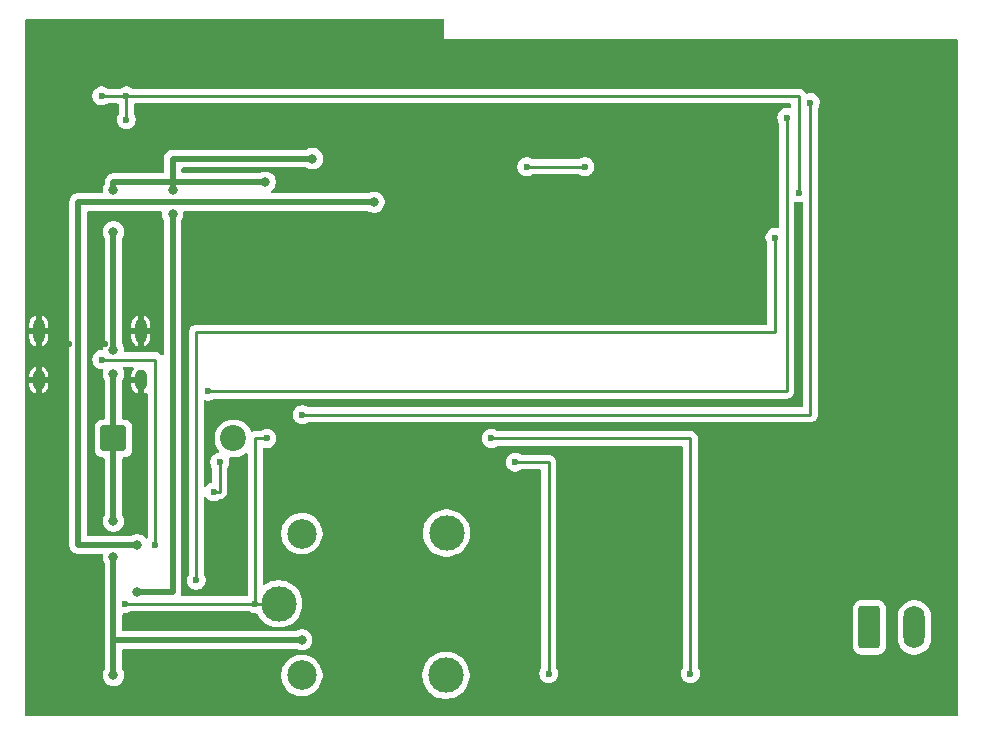
<source format=gbl>
%TF.GenerationSoftware,KiCad,Pcbnew,9.0.7*%
%TF.CreationDate,2026-02-12T17:34:39-06:00*%
%TF.ProjectId,ESP32_Simple_IoT,45535033-325f-4536-996d-706c655f496f,rev?*%
%TF.SameCoordinates,Original*%
%TF.FileFunction,Copper,L2,Bot*%
%TF.FilePolarity,Positive*%
%FSLAX46Y46*%
G04 Gerber Fmt 4.6, Leading zero omitted, Abs format (unit mm)*
G04 Created by KiCad (PCBNEW 9.0.7) date 2026-02-12 17:34:39*
%MOMM*%
%LPD*%
G01*
G04 APERTURE LIST*
G04 Aperture macros list*
%AMRoundRect*
0 Rectangle with rounded corners*
0 $1 Rounding radius*
0 $2 $3 $4 $5 $6 $7 $8 $9 X,Y pos of 4 corners*
0 Add a 4 corners polygon primitive as box body*
4,1,4,$2,$3,$4,$5,$6,$7,$8,$9,$2,$3,0*
0 Add four circle primitives for the rounded corners*
1,1,$1+$1,$2,$3*
1,1,$1+$1,$4,$5*
1,1,$1+$1,$6,$7*
1,1,$1+$1,$8,$9*
0 Add four rect primitives between the rounded corners*
20,1,$1+$1,$2,$3,$4,$5,0*
20,1,$1+$1,$4,$5,$6,$7,0*
20,1,$1+$1,$6,$7,$8,$9,0*
20,1,$1+$1,$8,$9,$2,$3,0*%
G04 Aperture macros list end*
%TA.AperFunction,HeatsinkPad*%
%ADD10C,0.600000*%
%TD*%
%TA.AperFunction,ComponentPad*%
%ADD11C,3.000000*%
%TD*%
%TA.AperFunction,ComponentPad*%
%ADD12C,2.500000*%
%TD*%
%TA.AperFunction,ComponentPad*%
%ADD13RoundRect,0.249999X-0.850001X-0.850001X0.850001X-0.850001X0.850001X0.850001X-0.850001X0.850001X0*%
%TD*%
%TA.AperFunction,ComponentPad*%
%ADD14C,2.200000*%
%TD*%
%TA.AperFunction,ComponentPad*%
%ADD15RoundRect,0.250000X-0.650000X-1.550000X0.650000X-1.550000X0.650000X1.550000X-0.650000X1.550000X0*%
%TD*%
%TA.AperFunction,ComponentPad*%
%ADD16O,1.800000X3.600000*%
%TD*%
%TA.AperFunction,HeatsinkPad*%
%ADD17O,1.000000X2.100000*%
%TD*%
%TA.AperFunction,HeatsinkPad*%
%ADD18O,1.000000X1.800000*%
%TD*%
%TA.AperFunction,ViaPad*%
%ADD19C,0.600000*%
%TD*%
%TA.AperFunction,ViaPad*%
%ADD20C,0.800000*%
%TD*%
%TA.AperFunction,Conductor*%
%ADD21C,0.500000*%
%TD*%
%TA.AperFunction,Conductor*%
%ADD22C,0.250000*%
%TD*%
G04 APERTURE END LIST*
D10*
%TO.P,U1,39*%
%TO.N,GND*%
X57795000Y-10327500D03*
X57795000Y-11852500D03*
X58557500Y-9565000D03*
X58557500Y-11090000D03*
X58557500Y-12615000D03*
X59320000Y-10327500D03*
X59320000Y-11852500D03*
X60082500Y-9565000D03*
X60082500Y-11090000D03*
X60082500Y-12615000D03*
X60845000Y-10327500D03*
X60845000Y-11852500D03*
%TD*%
D11*
%TO.P,K1,1*%
%TO.N,RELAY_COIL*%
X22000000Y-50000000D03*
D12*
%TO.P,K1,2*%
%TO.N,+5V*%
X23950000Y-56050000D03*
D11*
%TO.P,K1,3*%
%TO.N,N/C*%
X36150000Y-56050000D03*
%TO.P,K1,4*%
%TO.N,RELAY_NO*%
X36200000Y-44000000D03*
D12*
%TO.P,K1,5*%
%TO.N,RELAY_COM*%
X23950000Y-44050000D03*
%TD*%
D13*
%TO.P,D1,1*%
%TO.N,+5V*%
X8000000Y-36000000D03*
D14*
%TO.P,D1,2*%
%TO.N,RELAY_COIL*%
X18160000Y-36000000D03*
%TD*%
D15*
%TO.P,J2,1*%
%TO.N,RELAY_COM*%
X72000000Y-52000000D03*
D16*
%TO.P,J2,2*%
%TO.N,RELAY_NO*%
X75810000Y-52000000D03*
%TD*%
D17*
%TO.P,J1,S1*%
%TO.N,GND*%
X1680000Y-26895000D03*
D18*
X1680000Y-31075000D03*
D17*
X10320000Y-26895000D03*
D18*
X10320000Y-31075000D03*
%TD*%
D19*
%TO.N,GND*%
X8062500Y-6000000D03*
X65000000Y-42000000D03*
X51250000Y-3750000D03*
X35000000Y-20000000D03*
X75000000Y-25000000D03*
X35000000Y-35000000D03*
X41950000Y-17000000D03*
X59320000Y-11090000D03*
X20000000Y-35000000D03*
X40000000Y-55000000D03*
X4250000Y-28000000D03*
X16000000Y-44000000D03*
X10050000Y-42000000D03*
X75000000Y-55000000D03*
X63150000Y-56100000D03*
X47950000Y-8000000D03*
X60000000Y-55000000D03*
X20850000Y-5700000D03*
X68750000Y-3750000D03*
X51150000Y-56100000D03*
X57795000Y-9565000D03*
X35000000Y-5000000D03*
X58557500Y-9565000D03*
X60845000Y-11852500D03*
X75000000Y-40000000D03*
X33950000Y-6000000D03*
X50000000Y-42000000D03*
X20000000Y-20000000D03*
X5062500Y-51050000D03*
X5062500Y-14000000D03*
X33950000Y-10000000D03*
X9000000Y-5000000D03*
X18950000Y-4000000D03*
X60082500Y-11090000D03*
X7250000Y-28000000D03*
X10500000Y-31000000D03*
X12000000Y-55000000D03*
D20*
%TO.N,+5V*%
X24850000Y-12300000D03*
X8000000Y-28500000D03*
X20850000Y-14300000D03*
X8000000Y-43000000D03*
X23950000Y-53050000D03*
X8000000Y-36000000D03*
X8000000Y-18500000D03*
X13000000Y-15000000D03*
X13000000Y-17000000D03*
X8000000Y-56050000D03*
X8000000Y-46000000D03*
X8000000Y-15000000D03*
X8000000Y-30500000D03*
X10000000Y-49000000D03*
%TO.N,+3V3*%
X30049999Y-16000000D03*
X10000000Y-45000000D03*
D19*
%TO.N,USB_D-*%
X11550000Y-45000000D03*
X7000000Y-29320000D03*
%TO.N,ESP_TX*%
X67000000Y-7560000D03*
X24000000Y-34000000D03*
X16500000Y-40500000D03*
X17000000Y-38000000D03*
%TO.N,ESP_RX*%
X65000000Y-8830000D03*
X16000000Y-32000000D03*
%TO.N,ESP_EN*%
X56850000Y-55900000D03*
X47912500Y-13000000D03*
X43000000Y-13000000D03*
X40000000Y-36000000D03*
%TO.N,ESP_IO0*%
X42000000Y-38000000D03*
X44850000Y-55900000D03*
%TO.N,ESP_IO4*%
X15000000Y-48000000D03*
X14000000Y-48000000D03*
X64000000Y-18990000D03*
%TO.N,ESP_IO5*%
X9087500Y-9000000D03*
X7000000Y-7000000D03*
X9087500Y-7000000D03*
X66000000Y-15180000D03*
%TO.N,RELAY_COIL*%
X22000000Y-50000000D03*
X8937500Y-50000000D03*
X20000000Y-50000000D03*
X21000000Y-36000000D03*
%TD*%
D21*
%TO.N,+5V*%
X8000000Y-46000000D02*
X8000000Y-53050000D01*
X8000000Y-43000000D02*
X8000000Y-36000000D01*
X8000000Y-53050000D02*
X23950000Y-53050000D01*
X13000000Y-12300000D02*
X13000000Y-15000000D01*
X8000000Y-18500000D02*
X8000000Y-28500000D01*
X8000000Y-14300000D02*
X8000000Y-15000000D01*
X13000000Y-49000000D02*
X10000000Y-49000000D01*
X8000000Y-56050000D02*
X8000000Y-46000000D01*
X8000000Y-30500000D02*
X8000000Y-43000000D01*
X24850000Y-12300000D02*
X13000000Y-12300000D01*
X13000000Y-17000000D02*
X13000000Y-49000000D01*
X20850000Y-14300000D02*
X8000000Y-14300000D01*
%TO.N,+3V3*%
X30049999Y-16000000D02*
X5000000Y-16000000D01*
X5000000Y-16000000D02*
X5000000Y-45000000D01*
X5000000Y-45000000D02*
X10000000Y-45000000D01*
D22*
%TO.N,USB_D-*%
X7000000Y-29320000D02*
X11550000Y-29320000D01*
X11550000Y-29320000D02*
X11550000Y-45000000D01*
%TO.N,ESP_TX*%
X67000000Y-7560000D02*
X67000000Y-34000000D01*
X17000000Y-38000000D02*
X17000000Y-40500000D01*
X17000000Y-40500000D02*
X16500000Y-40500000D01*
X67000000Y-34000000D02*
X24000000Y-34000000D01*
%TO.N,ESP_RX*%
X65000000Y-32000000D02*
X16000000Y-32000000D01*
X65000000Y-8830000D02*
X65000000Y-32000000D01*
%TO.N,ESP_EN*%
X40000000Y-36000000D02*
X56850000Y-36000000D01*
X47912500Y-13000000D02*
X43000000Y-13000000D01*
X56850000Y-36000000D02*
X56850000Y-55900000D01*
%TO.N,ESP_IO0*%
X42000000Y-38000000D02*
X44850000Y-38000000D01*
X44850000Y-38000000D02*
X44850000Y-55900000D01*
%TO.N,ESP_IO4*%
X64000000Y-18990000D02*
X64000000Y-27000000D01*
X64000000Y-27000000D02*
X15000000Y-27000000D01*
X15000000Y-27000000D02*
X15000000Y-48000000D01*
%TO.N,ESP_IO5*%
X66000000Y-15180000D02*
X66000000Y-7000000D01*
X9087500Y-7000000D02*
X9087500Y-9000000D01*
X66000000Y-7000000D02*
X7000000Y-7000000D01*
%TO.N,RELAY_COIL*%
X21000000Y-36000000D02*
X20000000Y-36000000D01*
X8937500Y-50000000D02*
X22000000Y-50000000D01*
X20000000Y-36000000D02*
X20000000Y-50000000D01*
%TD*%
%TA.AperFunction,Conductor*%
%TO.N,GND*%
G36*
X12047431Y-16770185D02*
G01*
X12093186Y-16822989D01*
X12103130Y-16892147D01*
X12102010Y-16898690D01*
X12099500Y-16911309D01*
X12099500Y-17088695D01*
X12134103Y-17262658D01*
X12134106Y-17262667D01*
X12201984Y-17426542D01*
X12201985Y-17426543D01*
X12201987Y-17426547D01*
X12228602Y-17466378D01*
X12249480Y-17533055D01*
X12249500Y-17535269D01*
X12249500Y-28835546D01*
X12229815Y-28902585D01*
X12177011Y-28948340D01*
X12107853Y-28958284D01*
X12044297Y-28929259D01*
X12037819Y-28923227D01*
X11948736Y-28834144D01*
X11948732Y-28834141D01*
X11846292Y-28765692D01*
X11846283Y-28765687D01*
X11732454Y-28718538D01*
X11732455Y-28718538D01*
X11732452Y-28718537D01*
X11732448Y-28718536D01*
X11732444Y-28718535D01*
X11611610Y-28694500D01*
X11611606Y-28694500D01*
X9024500Y-28694500D01*
X8957461Y-28674815D01*
X8911706Y-28622011D01*
X8900500Y-28570500D01*
X8900500Y-28411306D01*
X8900499Y-28411304D01*
X8865896Y-28237341D01*
X8865893Y-28237332D01*
X8831353Y-28153944D01*
X8798013Y-28073453D01*
X8798011Y-28073451D01*
X8798011Y-28073449D01*
X8771398Y-28033620D01*
X8750520Y-27966942D01*
X8750500Y-27964729D01*
X8750500Y-26266202D01*
X9520000Y-26266202D01*
X9520000Y-26645000D01*
X10020000Y-26645000D01*
X10020000Y-27145000D01*
X9520000Y-27145000D01*
X9520000Y-27523797D01*
X9550741Y-27678343D01*
X9550743Y-27678351D01*
X9611047Y-27823939D01*
X9611052Y-27823948D01*
X9698598Y-27954969D01*
X9698601Y-27954973D01*
X9810026Y-28066398D01*
X9810034Y-28066404D01*
X9941047Y-28153944D01*
X9941065Y-28153954D01*
X10069999Y-28207360D01*
X10070000Y-28207360D01*
X10070000Y-27611988D01*
X10079940Y-27629205D01*
X10135795Y-27685060D01*
X10204204Y-27724556D01*
X10280504Y-27745000D01*
X10359496Y-27745000D01*
X10435796Y-27724556D01*
X10504205Y-27685060D01*
X10560060Y-27629205D01*
X10570000Y-27611988D01*
X10570000Y-28207360D01*
X10698934Y-28153954D01*
X10698952Y-28153944D01*
X10829965Y-28066404D01*
X10829973Y-28066398D01*
X10941398Y-27954973D01*
X10941401Y-27954969D01*
X11028947Y-27823948D01*
X11028952Y-27823939D01*
X11089256Y-27678351D01*
X11089258Y-27678343D01*
X11119999Y-27523797D01*
X11120000Y-27523794D01*
X11120000Y-27145000D01*
X10620000Y-27145000D01*
X10620000Y-26645000D01*
X11120000Y-26645000D01*
X11120000Y-26266206D01*
X11119999Y-26266202D01*
X11089258Y-26111656D01*
X11089256Y-26111648D01*
X11028952Y-25966060D01*
X11028947Y-25966051D01*
X10941401Y-25835030D01*
X10941398Y-25835026D01*
X10829973Y-25723601D01*
X10829969Y-25723598D01*
X10698948Y-25636052D01*
X10698938Y-25636047D01*
X10570000Y-25582639D01*
X10570000Y-26178011D01*
X10560060Y-26160795D01*
X10504205Y-26104940D01*
X10435796Y-26065444D01*
X10359496Y-26045000D01*
X10280504Y-26045000D01*
X10204204Y-26065444D01*
X10135795Y-26104940D01*
X10079940Y-26160795D01*
X10070000Y-26178011D01*
X10070000Y-25582639D01*
X10069999Y-25582639D01*
X9941061Y-25636047D01*
X9941051Y-25636052D01*
X9810030Y-25723598D01*
X9810026Y-25723601D01*
X9698601Y-25835026D01*
X9698598Y-25835030D01*
X9611052Y-25966051D01*
X9611047Y-25966060D01*
X9550743Y-26111648D01*
X9550741Y-26111656D01*
X9520000Y-26266202D01*
X8750500Y-26266202D01*
X8750500Y-19035269D01*
X8770185Y-18968230D01*
X8771398Y-18966378D01*
X8798013Y-18926547D01*
X8865894Y-18762666D01*
X8900500Y-18588691D01*
X8900500Y-18411309D01*
X8900500Y-18411306D01*
X8900499Y-18411304D01*
X8865896Y-18237341D01*
X8865893Y-18237332D01*
X8798016Y-18073459D01*
X8798009Y-18073446D01*
X8699464Y-17925965D01*
X8699461Y-17925961D01*
X8574038Y-17800538D01*
X8574034Y-17800535D01*
X8426553Y-17701990D01*
X8426540Y-17701983D01*
X8262667Y-17634106D01*
X8262658Y-17634103D01*
X8088694Y-17599500D01*
X8088691Y-17599500D01*
X7911309Y-17599500D01*
X7911306Y-17599500D01*
X7737341Y-17634103D01*
X7737332Y-17634106D01*
X7573459Y-17701983D01*
X7573446Y-17701990D01*
X7425965Y-17800535D01*
X7425961Y-17800538D01*
X7300538Y-17925961D01*
X7300535Y-17925965D01*
X7201990Y-18073446D01*
X7201983Y-18073459D01*
X7134106Y-18237332D01*
X7134103Y-18237341D01*
X7099500Y-18411304D01*
X7099500Y-18588695D01*
X7134103Y-18762658D01*
X7134106Y-18762667D01*
X7201984Y-18926542D01*
X7201985Y-18926543D01*
X7201987Y-18926547D01*
X7228602Y-18966378D01*
X7249480Y-19033055D01*
X7249500Y-19035269D01*
X7249500Y-27964729D01*
X7229815Y-28031768D01*
X7228602Y-28033620D01*
X7201988Y-28073449D01*
X7201987Y-28073452D01*
X7134106Y-28237332D01*
X7134103Y-28237341D01*
X7098311Y-28417283D01*
X7096144Y-28416852D01*
X7073704Y-28472435D01*
X7016673Y-28512797D01*
X6976457Y-28519500D01*
X6921155Y-28519500D01*
X6766510Y-28550261D01*
X6766498Y-28550264D01*
X6620827Y-28610602D01*
X6620814Y-28610609D01*
X6489711Y-28698210D01*
X6489707Y-28698213D01*
X6378213Y-28809707D01*
X6378210Y-28809711D01*
X6290609Y-28940814D01*
X6290602Y-28940827D01*
X6230264Y-29086498D01*
X6230261Y-29086510D01*
X6199500Y-29241153D01*
X6199500Y-29398846D01*
X6230261Y-29553489D01*
X6230264Y-29553501D01*
X6290602Y-29699172D01*
X6290609Y-29699185D01*
X6378210Y-29830288D01*
X6378213Y-29830292D01*
X6489707Y-29941786D01*
X6489711Y-29941789D01*
X6620814Y-30029390D01*
X6620827Y-30029397D01*
X6760250Y-30087147D01*
X6766503Y-30089737D01*
X6903321Y-30116952D01*
X6921153Y-30120499D01*
X6921156Y-30120500D01*
X7006251Y-30120500D01*
X7073290Y-30140185D01*
X7119045Y-30192989D01*
X7128989Y-30262147D01*
X7127868Y-30268691D01*
X7099500Y-30411304D01*
X7099500Y-30588695D01*
X7134103Y-30762658D01*
X7134106Y-30762667D01*
X7201984Y-30926542D01*
X7201985Y-30926543D01*
X7201987Y-30926547D01*
X7216990Y-30949000D01*
X7228602Y-30966378D01*
X7249480Y-31033055D01*
X7249500Y-31035269D01*
X7249500Y-34275500D01*
X7229815Y-34342539D01*
X7177011Y-34388294D01*
X7125500Y-34399500D01*
X7099982Y-34399500D01*
X6997203Y-34410000D01*
X6997202Y-34410001D01*
X6914669Y-34437349D01*
X6830667Y-34465185D01*
X6830662Y-34465187D01*
X6681342Y-34557289D01*
X6557289Y-34681342D01*
X6465187Y-34830662D01*
X6465186Y-34830665D01*
X6410001Y-34997202D01*
X6410001Y-34997203D01*
X6410000Y-34997203D01*
X6399500Y-35099982D01*
X6399500Y-36900017D01*
X6410000Y-37002796D01*
X6465185Y-37169332D01*
X6465187Y-37169337D01*
X6492950Y-37214348D01*
X6557288Y-37318656D01*
X6681344Y-37442712D01*
X6830665Y-37534814D01*
X6997202Y-37589999D01*
X7099990Y-37600500D01*
X7125500Y-37600500D01*
X7192539Y-37620185D01*
X7238294Y-37672989D01*
X7249500Y-37724500D01*
X7249500Y-42464729D01*
X7229815Y-42531768D01*
X7228602Y-42533620D01*
X7201988Y-42573449D01*
X7201987Y-42573452D01*
X7134106Y-42737332D01*
X7134103Y-42737341D01*
X7099500Y-42911304D01*
X7099500Y-43088695D01*
X7134103Y-43262658D01*
X7134106Y-43262667D01*
X7201983Y-43426540D01*
X7201990Y-43426553D01*
X7300535Y-43574034D01*
X7300538Y-43574038D01*
X7425961Y-43699461D01*
X7425965Y-43699464D01*
X7573446Y-43798009D01*
X7573459Y-43798016D01*
X7696363Y-43848923D01*
X7737334Y-43865894D01*
X7737336Y-43865894D01*
X7737341Y-43865896D01*
X7911304Y-43900499D01*
X7911307Y-43900500D01*
X7911309Y-43900500D01*
X8088693Y-43900500D01*
X8088694Y-43900499D01*
X8146682Y-43888964D01*
X8262658Y-43865896D01*
X8262661Y-43865894D01*
X8262666Y-43865894D01*
X8426547Y-43798013D01*
X8574035Y-43699464D01*
X8699464Y-43574035D01*
X8798013Y-43426547D01*
X8865894Y-43262666D01*
X8900500Y-43088691D01*
X8900500Y-42911309D01*
X8900500Y-42911306D01*
X8900499Y-42911304D01*
X8865896Y-42737341D01*
X8865893Y-42737332D01*
X8841379Y-42678149D01*
X8798013Y-42573453D01*
X8798011Y-42573451D01*
X8798011Y-42573449D01*
X8771398Y-42533620D01*
X8750520Y-42466942D01*
X8750500Y-42464729D01*
X8750500Y-37724500D01*
X8770185Y-37657461D01*
X8822989Y-37611706D01*
X8874500Y-37600500D01*
X8900005Y-37600500D01*
X8900010Y-37600500D01*
X9002798Y-37589999D01*
X9169335Y-37534814D01*
X9318656Y-37442712D01*
X9442712Y-37318656D01*
X9534814Y-37169335D01*
X9589999Y-37002798D01*
X9600500Y-36900010D01*
X9600500Y-35099990D01*
X9589999Y-34997202D01*
X9534814Y-34830665D01*
X9442712Y-34681344D01*
X9318656Y-34557288D01*
X9169335Y-34465186D01*
X9002798Y-34410001D01*
X9002796Y-34410000D01*
X8900017Y-34399500D01*
X8900010Y-34399500D01*
X8874500Y-34399500D01*
X8807461Y-34379815D01*
X8761706Y-34327011D01*
X8750500Y-34275500D01*
X8750500Y-31035269D01*
X8770185Y-30968230D01*
X8771398Y-30966378D01*
X8798013Y-30926547D01*
X8865894Y-30762666D01*
X8900500Y-30588691D01*
X8900500Y-30411309D01*
X8900500Y-30411306D01*
X8900499Y-30411304D01*
X8865896Y-30237341D01*
X8865893Y-30237332D01*
X8816031Y-30116952D01*
X8808562Y-30047483D01*
X8839838Y-29985004D01*
X8899927Y-29949352D01*
X8930592Y-29945500D01*
X9618766Y-29945500D01*
X9685805Y-29965185D01*
X9731560Y-30017989D01*
X9741504Y-30087147D01*
X9712479Y-30150703D01*
X9706447Y-30157181D01*
X9698601Y-30165026D01*
X9698598Y-30165030D01*
X9611052Y-30296051D01*
X9611047Y-30296060D01*
X9550743Y-30441648D01*
X9550741Y-30441656D01*
X9520000Y-30596202D01*
X9520000Y-30825000D01*
X10020000Y-30825000D01*
X10020000Y-31325000D01*
X9520000Y-31325000D01*
X9520000Y-31553797D01*
X9550741Y-31708343D01*
X9550743Y-31708351D01*
X9611047Y-31853939D01*
X9611052Y-31853948D01*
X9698598Y-31984969D01*
X9698601Y-31984973D01*
X9810026Y-32096398D01*
X9810034Y-32096404D01*
X9941047Y-32183944D01*
X9941065Y-32183954D01*
X10069999Y-32237360D01*
X10070000Y-32237360D01*
X10070000Y-31641988D01*
X10079940Y-31659205D01*
X10135795Y-31715060D01*
X10204204Y-31754556D01*
X10280504Y-31775000D01*
X10359496Y-31775000D01*
X10435796Y-31754556D01*
X10504205Y-31715060D01*
X10560060Y-31659205D01*
X10570000Y-31641988D01*
X10570000Y-32237360D01*
X10698934Y-32183954D01*
X10698949Y-32183946D01*
X10731608Y-32162124D01*
X10798285Y-32141245D01*
X10865666Y-32159729D01*
X10912356Y-32211707D01*
X10924500Y-32265225D01*
X10924500Y-44353981D01*
X10904815Y-44421020D01*
X10852011Y-44466775D01*
X10782853Y-44476719D01*
X10719297Y-44447694D01*
X10703879Y-44430220D01*
X10703328Y-44430673D01*
X10699461Y-44425961D01*
X10574038Y-44300538D01*
X10574034Y-44300535D01*
X10426553Y-44201990D01*
X10426540Y-44201983D01*
X10262667Y-44134106D01*
X10262658Y-44134103D01*
X10088694Y-44099500D01*
X10088691Y-44099500D01*
X9911309Y-44099500D01*
X9911306Y-44099500D01*
X9737341Y-44134103D01*
X9737332Y-44134106D01*
X9573452Y-44201987D01*
X9573447Y-44201989D01*
X9533622Y-44228601D01*
X9466945Y-44249480D01*
X9464730Y-44249500D01*
X5874500Y-44249500D01*
X5807461Y-44229815D01*
X5761706Y-44177011D01*
X5750500Y-44125500D01*
X5750500Y-16874500D01*
X5770185Y-16807461D01*
X5822989Y-16761706D01*
X5874500Y-16750500D01*
X11980392Y-16750500D01*
X12047431Y-16770185D01*
G37*
%TD.AperFunction*%
%TA.AperFunction,Conductor*%
G36*
X35943039Y-519685D02*
G01*
X35988794Y-572489D01*
X36000000Y-624000D01*
X36000000Y-2200000D01*
X79376000Y-2200000D01*
X79443039Y-2219685D01*
X79488794Y-2272489D01*
X79500000Y-2324000D01*
X79500000Y-59376000D01*
X79480315Y-59443039D01*
X79427511Y-59488794D01*
X79376000Y-59500000D01*
X624000Y-59500000D01*
X556961Y-59480315D01*
X511206Y-59427511D01*
X500000Y-59376000D01*
X500000Y-45073920D01*
X4249499Y-45073920D01*
X4278340Y-45218907D01*
X4278343Y-45218917D01*
X4334912Y-45355488D01*
X4334919Y-45355501D01*
X4417048Y-45478415D01*
X4417051Y-45478419D01*
X4521580Y-45582948D01*
X4521584Y-45582951D01*
X4644498Y-45665080D01*
X4644511Y-45665087D01*
X4781082Y-45721656D01*
X4781087Y-45721658D01*
X4781091Y-45721658D01*
X4781092Y-45721659D01*
X4926079Y-45750500D01*
X4926082Y-45750500D01*
X5073918Y-45750500D01*
X6980392Y-45750500D01*
X7047431Y-45770185D01*
X7093186Y-45822989D01*
X7103130Y-45892147D01*
X7102010Y-45898690D01*
X7099500Y-45911309D01*
X7099500Y-46088695D01*
X7134103Y-46262658D01*
X7134106Y-46262667D01*
X7201984Y-46426542D01*
X7201985Y-46426543D01*
X7201987Y-46426547D01*
X7228602Y-46466378D01*
X7249480Y-46533055D01*
X7249500Y-46535269D01*
X7249500Y-55514729D01*
X7229815Y-55581768D01*
X7228602Y-55583620D01*
X7201988Y-55623449D01*
X7201987Y-55623452D01*
X7134106Y-55787332D01*
X7134103Y-55787341D01*
X7099500Y-55961304D01*
X7099500Y-56138695D01*
X7134103Y-56312658D01*
X7134106Y-56312667D01*
X7201983Y-56476540D01*
X7201990Y-56476553D01*
X7300535Y-56624034D01*
X7300538Y-56624038D01*
X7425961Y-56749461D01*
X7425965Y-56749464D01*
X7573446Y-56848009D01*
X7573459Y-56848016D01*
X7696363Y-56898923D01*
X7737334Y-56915894D01*
X7737336Y-56915894D01*
X7737341Y-56915896D01*
X7911304Y-56950499D01*
X7911307Y-56950500D01*
X7911309Y-56950500D01*
X8088693Y-56950500D01*
X8088694Y-56950499D01*
X8158118Y-56936690D01*
X8262658Y-56915896D01*
X8262661Y-56915894D01*
X8262666Y-56915894D01*
X8426547Y-56848013D01*
X8574035Y-56749464D01*
X8699464Y-56624035D01*
X8798013Y-56476547D01*
X8865894Y-56312666D01*
X8872557Y-56279172D01*
X8900499Y-56138695D01*
X8900500Y-56138693D01*
X8900500Y-55961309D01*
X8899324Y-55955397D01*
X8899324Y-55955394D01*
X8895319Y-55935258D01*
X22199500Y-55935258D01*
X22199500Y-56164741D01*
X22214566Y-56279172D01*
X22229452Y-56392238D01*
X22252044Y-56476553D01*
X22288842Y-56613887D01*
X22376650Y-56825876D01*
X22376657Y-56825890D01*
X22491392Y-57024617D01*
X22631081Y-57206661D01*
X22631089Y-57206670D01*
X22793330Y-57368911D01*
X22793338Y-57368918D01*
X22975382Y-57508607D01*
X22975385Y-57508608D01*
X22975388Y-57508611D01*
X23174112Y-57623344D01*
X23174117Y-57623346D01*
X23174123Y-57623349D01*
X23265480Y-57661190D01*
X23386113Y-57711158D01*
X23607762Y-57770548D01*
X23835266Y-57800500D01*
X23835273Y-57800500D01*
X24064727Y-57800500D01*
X24064734Y-57800500D01*
X24292238Y-57770548D01*
X24513887Y-57711158D01*
X24725888Y-57623344D01*
X24924612Y-57508611D01*
X25106661Y-57368919D01*
X25106665Y-57368914D01*
X25106670Y-57368911D01*
X25268911Y-57206670D01*
X25268914Y-57206665D01*
X25268919Y-57206661D01*
X25408611Y-57024612D01*
X25523344Y-56825888D01*
X25611158Y-56613887D01*
X25670548Y-56392238D01*
X25700500Y-56164734D01*
X25700500Y-55935266D01*
X25698342Y-55918872D01*
X34149500Y-55918872D01*
X34149500Y-56181127D01*
X34166819Y-56312667D01*
X34183730Y-56441116D01*
X34232743Y-56624035D01*
X34251602Y-56694418D01*
X34251605Y-56694428D01*
X34351953Y-56936690D01*
X34351958Y-56936700D01*
X34483075Y-57163803D01*
X34642718Y-57371851D01*
X34642726Y-57371860D01*
X34828140Y-57557274D01*
X34828148Y-57557281D01*
X35036196Y-57716924D01*
X35263299Y-57848041D01*
X35263309Y-57848046D01*
X35505571Y-57948394D01*
X35505581Y-57948398D01*
X35758884Y-58016270D01*
X36018880Y-58050500D01*
X36018887Y-58050500D01*
X36281113Y-58050500D01*
X36281120Y-58050500D01*
X36541116Y-58016270D01*
X36794419Y-57948398D01*
X37036697Y-57848043D01*
X37263803Y-57716924D01*
X37471851Y-57557282D01*
X37471855Y-57557277D01*
X37471860Y-57557274D01*
X37657274Y-57371860D01*
X37657277Y-57371855D01*
X37657282Y-57371851D01*
X37816924Y-57163803D01*
X37948043Y-56936697D01*
X38048398Y-56694419D01*
X38116270Y-56441116D01*
X38150500Y-56181120D01*
X38150500Y-55918880D01*
X38116270Y-55658884D01*
X38048398Y-55405581D01*
X38029461Y-55359863D01*
X37948046Y-55163309D01*
X37948041Y-55163299D01*
X37816924Y-54936196D01*
X37657281Y-54728148D01*
X37657274Y-54728140D01*
X37471860Y-54542726D01*
X37471851Y-54542718D01*
X37263803Y-54383075D01*
X37036700Y-54251958D01*
X37036690Y-54251953D01*
X36794428Y-54151605D01*
X36794421Y-54151603D01*
X36794419Y-54151602D01*
X36541116Y-54083730D01*
X36483339Y-54076123D01*
X36281127Y-54049500D01*
X36281120Y-54049500D01*
X36018880Y-54049500D01*
X36018872Y-54049500D01*
X35787772Y-54079926D01*
X35758884Y-54083730D01*
X35538767Y-54142710D01*
X35505581Y-54151602D01*
X35505571Y-54151605D01*
X35263309Y-54251953D01*
X35263299Y-54251958D01*
X35036196Y-54383075D01*
X34828148Y-54542718D01*
X34642718Y-54728148D01*
X34483075Y-54936196D01*
X34351958Y-55163299D01*
X34351953Y-55163309D01*
X34251605Y-55405571D01*
X34251602Y-55405581D01*
X34183730Y-55658885D01*
X34149500Y-55918872D01*
X25698342Y-55918872D01*
X25670548Y-55707762D01*
X25611158Y-55486113D01*
X25523344Y-55274112D01*
X25408611Y-55075388D01*
X25408608Y-55075385D01*
X25408607Y-55075382D01*
X25268918Y-54893338D01*
X25268911Y-54893330D01*
X25106670Y-54731089D01*
X25106661Y-54731081D01*
X24924617Y-54591392D01*
X24725890Y-54476657D01*
X24725876Y-54476650D01*
X24513887Y-54388842D01*
X24492364Y-54383075D01*
X24292238Y-54329452D01*
X24254215Y-54324446D01*
X24064741Y-54299500D01*
X24064734Y-54299500D01*
X23835266Y-54299500D01*
X23835258Y-54299500D01*
X23618715Y-54328009D01*
X23607762Y-54329452D01*
X23514076Y-54354554D01*
X23386112Y-54388842D01*
X23174123Y-54476650D01*
X23174109Y-54476657D01*
X22975382Y-54591392D01*
X22793338Y-54731081D01*
X22631081Y-54893338D01*
X22491392Y-55075382D01*
X22376657Y-55274109D01*
X22376650Y-55274123D01*
X22288842Y-55486112D01*
X22229453Y-55707759D01*
X22229451Y-55707770D01*
X22199500Y-55935258D01*
X8895319Y-55935258D01*
X8865895Y-55787340D01*
X8865894Y-55787334D01*
X8798013Y-55623453D01*
X8798011Y-55623451D01*
X8798011Y-55623449D01*
X8771398Y-55583620D01*
X8750520Y-55516942D01*
X8750500Y-55514729D01*
X8750500Y-53924500D01*
X8770185Y-53857461D01*
X8822989Y-53811706D01*
X8874500Y-53800500D01*
X23414730Y-53800500D01*
X23481769Y-53820185D01*
X23483622Y-53821399D01*
X23523447Y-53848010D01*
X23523450Y-53848011D01*
X23523453Y-53848013D01*
X23687334Y-53915894D01*
X23687336Y-53915894D01*
X23687341Y-53915896D01*
X23861304Y-53950499D01*
X23861307Y-53950500D01*
X23861309Y-53950500D01*
X24038693Y-53950500D01*
X24038694Y-53950499D01*
X24096682Y-53938964D01*
X24212658Y-53915896D01*
X24212661Y-53915894D01*
X24212666Y-53915894D01*
X24376547Y-53848013D01*
X24524035Y-53749464D01*
X24649464Y-53624035D01*
X24748013Y-53476547D01*
X24815894Y-53312666D01*
X24850500Y-53138691D01*
X24850500Y-52961309D01*
X24850500Y-52961306D01*
X24850499Y-52961304D01*
X24815896Y-52787341D01*
X24815893Y-52787332D01*
X24748016Y-52623459D01*
X24748009Y-52623446D01*
X24649464Y-52475965D01*
X24649461Y-52475961D01*
X24524038Y-52350538D01*
X24524034Y-52350535D01*
X24376553Y-52251990D01*
X24376540Y-52251983D01*
X24212667Y-52184106D01*
X24212658Y-52184103D01*
X24038694Y-52149500D01*
X24038691Y-52149500D01*
X23861309Y-52149500D01*
X23861306Y-52149500D01*
X23687341Y-52184103D01*
X23687332Y-52184106D01*
X23523452Y-52251987D01*
X23523447Y-52251989D01*
X23483622Y-52278601D01*
X23416945Y-52299480D01*
X23414730Y-52299500D01*
X8874500Y-52299500D01*
X8807461Y-52279815D01*
X8761706Y-52227011D01*
X8750500Y-52175500D01*
X8750500Y-50924500D01*
X8770185Y-50857461D01*
X8822989Y-50811706D01*
X8874500Y-50800500D01*
X9016344Y-50800500D01*
X9016345Y-50800499D01*
X9170997Y-50769737D01*
X9316679Y-50709394D01*
X9410959Y-50646398D01*
X9477636Y-50625520D01*
X9479850Y-50625500D01*
X19457650Y-50625500D01*
X19524689Y-50645185D01*
X19526541Y-50646398D01*
X19620821Y-50709394D01*
X19620823Y-50709395D01*
X19620827Y-50709397D01*
X19766498Y-50769735D01*
X19766503Y-50769737D01*
X19921153Y-50800499D01*
X19921156Y-50800500D01*
X20083399Y-50800500D01*
X20150438Y-50820185D01*
X20196193Y-50872989D01*
X20197961Y-50877051D01*
X20201950Y-50886683D01*
X20201958Y-50886700D01*
X20333075Y-51113803D01*
X20492718Y-51321851D01*
X20492726Y-51321860D01*
X20678140Y-51507274D01*
X20678148Y-51507281D01*
X20886196Y-51666924D01*
X21113299Y-51798041D01*
X21113309Y-51798046D01*
X21355571Y-51898394D01*
X21355581Y-51898398D01*
X21608884Y-51966270D01*
X21868880Y-52000500D01*
X21868887Y-52000500D01*
X22131113Y-52000500D01*
X22131120Y-52000500D01*
X22391116Y-51966270D01*
X22644419Y-51898398D01*
X22886697Y-51798043D01*
X23113803Y-51666924D01*
X23321851Y-51507282D01*
X23321855Y-51507277D01*
X23321860Y-51507274D01*
X23507274Y-51321860D01*
X23507277Y-51321855D01*
X23507282Y-51321851D01*
X23666924Y-51113803D01*
X23798043Y-50886697D01*
X23898398Y-50644419D01*
X23966270Y-50391116D01*
X24000500Y-50131120D01*
X24000500Y-49868880D01*
X23966270Y-49608884D01*
X23898398Y-49355581D01*
X23898394Y-49355571D01*
X23798046Y-49113309D01*
X23798041Y-49113299D01*
X23666924Y-48886196D01*
X23507281Y-48678148D01*
X23507274Y-48678140D01*
X23321860Y-48492726D01*
X23321851Y-48492718D01*
X23113803Y-48333075D01*
X22886700Y-48201958D01*
X22886690Y-48201953D01*
X22644428Y-48101605D01*
X22644421Y-48101603D01*
X22644419Y-48101602D01*
X22391116Y-48033730D01*
X22333339Y-48026123D01*
X22131127Y-47999500D01*
X22131120Y-47999500D01*
X21868880Y-47999500D01*
X21868872Y-47999500D01*
X21637772Y-48029926D01*
X21608884Y-48033730D01*
X21440508Y-48078846D01*
X21355581Y-48101602D01*
X21355571Y-48101605D01*
X21113309Y-48201953D01*
X21113299Y-48201958D01*
X20886201Y-48333072D01*
X20848371Y-48362100D01*
X20824985Y-48380045D01*
X20759818Y-48405239D01*
X20691373Y-48391201D01*
X20641383Y-48342387D01*
X20625500Y-48281669D01*
X20625500Y-43935258D01*
X22199500Y-43935258D01*
X22199500Y-44164741D01*
X22217379Y-44300535D01*
X22229452Y-44392238D01*
X22278008Y-44573453D01*
X22288842Y-44613887D01*
X22376650Y-44825876D01*
X22376657Y-44825890D01*
X22491392Y-45024617D01*
X22631081Y-45206661D01*
X22631089Y-45206670D01*
X22793330Y-45368911D01*
X22793338Y-45368918D01*
X22975382Y-45508607D01*
X22975385Y-45508608D01*
X22975388Y-45508611D01*
X23174112Y-45623344D01*
X23174117Y-45623346D01*
X23174123Y-45623349D01*
X23265480Y-45661190D01*
X23386113Y-45711158D01*
X23607762Y-45770548D01*
X23835266Y-45800500D01*
X23835273Y-45800500D01*
X24064727Y-45800500D01*
X24064734Y-45800500D01*
X24292238Y-45770548D01*
X24513887Y-45711158D01*
X24725888Y-45623344D01*
X24924612Y-45508611D01*
X25106661Y-45368919D01*
X25106665Y-45368914D01*
X25106670Y-45368911D01*
X25268911Y-45206670D01*
X25268914Y-45206665D01*
X25268919Y-45206661D01*
X25408611Y-45024612D01*
X25523344Y-44825888D01*
X25611158Y-44613887D01*
X25670548Y-44392238D01*
X25700500Y-44164734D01*
X25700500Y-43935266D01*
X25695923Y-43900499D01*
X25693357Y-43881006D01*
X25691759Y-43868872D01*
X34199500Y-43868872D01*
X34199500Y-44131127D01*
X34221805Y-44300538D01*
X34233730Y-44391116D01*
X34293421Y-44613887D01*
X34301602Y-44644418D01*
X34301605Y-44644428D01*
X34401953Y-44886690D01*
X34401958Y-44886700D01*
X34533075Y-45113803D01*
X34692718Y-45321851D01*
X34692726Y-45321860D01*
X34878140Y-45507274D01*
X34878148Y-45507281D01*
X35086196Y-45666924D01*
X35313299Y-45798041D01*
X35313309Y-45798046D01*
X35555571Y-45898394D01*
X35555581Y-45898398D01*
X35808884Y-45966270D01*
X36068880Y-46000500D01*
X36068887Y-46000500D01*
X36331113Y-46000500D01*
X36331120Y-46000500D01*
X36591116Y-45966270D01*
X36844419Y-45898398D01*
X37026472Y-45822989D01*
X37086690Y-45798046D01*
X37086691Y-45798045D01*
X37086697Y-45798043D01*
X37313803Y-45666924D01*
X37521851Y-45507282D01*
X37521855Y-45507277D01*
X37521860Y-45507274D01*
X37707274Y-45321860D01*
X37707277Y-45321855D01*
X37707282Y-45321851D01*
X37866924Y-45113803D01*
X37998043Y-44886697D01*
X38098398Y-44644419D01*
X38166270Y-44391116D01*
X38200500Y-44131120D01*
X38200500Y-43868880D01*
X38166270Y-43608884D01*
X38098398Y-43355581D01*
X38064657Y-43274123D01*
X37998046Y-43113309D01*
X37998041Y-43113299D01*
X37866924Y-42886196D01*
X37707281Y-42678148D01*
X37707274Y-42678140D01*
X37521860Y-42492726D01*
X37521851Y-42492718D01*
X37313803Y-42333075D01*
X37086700Y-42201958D01*
X37086690Y-42201953D01*
X36844428Y-42101605D01*
X36844421Y-42101603D01*
X36844419Y-42101602D01*
X36591116Y-42033730D01*
X36533339Y-42026123D01*
X36331127Y-41999500D01*
X36331120Y-41999500D01*
X36068880Y-41999500D01*
X36068872Y-41999500D01*
X35837772Y-42029926D01*
X35808884Y-42033730D01*
X35555581Y-42101602D01*
X35555571Y-42101605D01*
X35313309Y-42201953D01*
X35313299Y-42201958D01*
X35086196Y-42333075D01*
X34878148Y-42492718D01*
X34692718Y-42678148D01*
X34533075Y-42886196D01*
X34401958Y-43113299D01*
X34401953Y-43113309D01*
X34301605Y-43355571D01*
X34301602Y-43355581D01*
X34266627Y-43486112D01*
X34233730Y-43608885D01*
X34199500Y-43868872D01*
X25691759Y-43868872D01*
X25682429Y-43798009D01*
X25670548Y-43707762D01*
X25611158Y-43486113D01*
X25523344Y-43274112D01*
X25408611Y-43075388D01*
X25408608Y-43075385D01*
X25408607Y-43075382D01*
X25268918Y-42893338D01*
X25268911Y-42893330D01*
X25106670Y-42731089D01*
X25106661Y-42731081D01*
X24924617Y-42591392D01*
X24725890Y-42476657D01*
X24725876Y-42476650D01*
X24513887Y-42388842D01*
X24292238Y-42329452D01*
X24254215Y-42324446D01*
X24064741Y-42299500D01*
X24064734Y-42299500D01*
X23835266Y-42299500D01*
X23835258Y-42299500D01*
X23618715Y-42328009D01*
X23607762Y-42329452D01*
X23514076Y-42354554D01*
X23386112Y-42388842D01*
X23174123Y-42476650D01*
X23174109Y-42476657D01*
X22975382Y-42591392D01*
X22793338Y-42731081D01*
X22631081Y-42893338D01*
X22491392Y-43075382D01*
X22376657Y-43274109D01*
X22376650Y-43274123D01*
X22288842Y-43486112D01*
X22288842Y-43486113D01*
X22231676Y-43699464D01*
X22229453Y-43707759D01*
X22229451Y-43707770D01*
X22199500Y-43935258D01*
X20625500Y-43935258D01*
X20625500Y-37921153D01*
X41199500Y-37921153D01*
X41199500Y-38078846D01*
X41230261Y-38233489D01*
X41230264Y-38233501D01*
X41290602Y-38379172D01*
X41290609Y-38379185D01*
X41378210Y-38510288D01*
X41378213Y-38510292D01*
X41489707Y-38621786D01*
X41489711Y-38621789D01*
X41620814Y-38709390D01*
X41620827Y-38709397D01*
X41717646Y-38749500D01*
X41766503Y-38769737D01*
X41921153Y-38800499D01*
X41921156Y-38800500D01*
X41921158Y-38800500D01*
X42078844Y-38800500D01*
X42078845Y-38800499D01*
X42233497Y-38769737D01*
X42379179Y-38709394D01*
X42473459Y-38646398D01*
X42540136Y-38625520D01*
X42542350Y-38625500D01*
X44100500Y-38625500D01*
X44167539Y-38645185D01*
X44213294Y-38697989D01*
X44224500Y-38749500D01*
X44224500Y-55357650D01*
X44204815Y-55424689D01*
X44203602Y-55426541D01*
X44140609Y-55520815D01*
X44140602Y-55520828D01*
X44080264Y-55666498D01*
X44080261Y-55666510D01*
X44049500Y-55821153D01*
X44049500Y-55978846D01*
X44080261Y-56133489D01*
X44080264Y-56133501D01*
X44140602Y-56279172D01*
X44140609Y-56279185D01*
X44228210Y-56410288D01*
X44228213Y-56410292D01*
X44339707Y-56521786D01*
X44339711Y-56521789D01*
X44470814Y-56609390D01*
X44470827Y-56609397D01*
X44616498Y-56669735D01*
X44616503Y-56669737D01*
X44771153Y-56700499D01*
X44771156Y-56700500D01*
X44771158Y-56700500D01*
X44928844Y-56700500D01*
X44928845Y-56700499D01*
X45083497Y-56669737D01*
X45229179Y-56609394D01*
X45360289Y-56521789D01*
X45471789Y-56410289D01*
X45559394Y-56279179D01*
X45619737Y-56133497D01*
X45650500Y-55978842D01*
X45650500Y-55821158D01*
X45650500Y-55821155D01*
X45650499Y-55821153D01*
X45643772Y-55787334D01*
X45619737Y-55666503D01*
X45559394Y-55520821D01*
X45496397Y-55426539D01*
X45475520Y-55359863D01*
X45475500Y-55357650D01*
X45475500Y-37938393D01*
X45475499Y-37938389D01*
X45451464Y-37817555D01*
X45451463Y-37817548D01*
X45404311Y-37703714D01*
X45404310Y-37703713D01*
X45404307Y-37703707D01*
X45335858Y-37601267D01*
X45335854Y-37601262D01*
X45248736Y-37514144D01*
X45248732Y-37514141D01*
X45146292Y-37445692D01*
X45146283Y-37445687D01*
X45032454Y-37398538D01*
X45032455Y-37398538D01*
X45032452Y-37398537D01*
X45032448Y-37398536D01*
X45032444Y-37398535D01*
X44911610Y-37374500D01*
X44911606Y-37374500D01*
X42542350Y-37374500D01*
X42475311Y-37354815D01*
X42473459Y-37353602D01*
X42379184Y-37290609D01*
X42379172Y-37290602D01*
X42233501Y-37230264D01*
X42233489Y-37230261D01*
X42078845Y-37199500D01*
X42078842Y-37199500D01*
X41921158Y-37199500D01*
X41921155Y-37199500D01*
X41766510Y-37230261D01*
X41766498Y-37230264D01*
X41620827Y-37290602D01*
X41620814Y-37290609D01*
X41489711Y-37378210D01*
X41489707Y-37378213D01*
X41378213Y-37489707D01*
X41378210Y-37489711D01*
X41290609Y-37620814D01*
X41290602Y-37620827D01*
X41230264Y-37766498D01*
X41230261Y-37766510D01*
X41199500Y-37921153D01*
X20625500Y-37921153D01*
X20625500Y-36892784D01*
X20645185Y-36825745D01*
X20697989Y-36779990D01*
X20767147Y-36770046D01*
X20773692Y-36771167D01*
X20921155Y-36800500D01*
X20921158Y-36800500D01*
X21078844Y-36800500D01*
X21078845Y-36800499D01*
X21233497Y-36769737D01*
X21379179Y-36709394D01*
X21510289Y-36621789D01*
X21621789Y-36510289D01*
X21709394Y-36379179D01*
X21769737Y-36233497D01*
X21800500Y-36078842D01*
X21800500Y-35921158D01*
X21800500Y-35921155D01*
X21800499Y-35921153D01*
X39199500Y-35921153D01*
X39199500Y-36078846D01*
X39230261Y-36233489D01*
X39230264Y-36233501D01*
X39290602Y-36379172D01*
X39290609Y-36379185D01*
X39378210Y-36510288D01*
X39378213Y-36510292D01*
X39489707Y-36621786D01*
X39489711Y-36621789D01*
X39620814Y-36709390D01*
X39620827Y-36709397D01*
X39717646Y-36749500D01*
X39766503Y-36769737D01*
X39921153Y-36800499D01*
X39921156Y-36800500D01*
X39921158Y-36800500D01*
X40078844Y-36800500D01*
X40078845Y-36800499D01*
X40233497Y-36769737D01*
X40379179Y-36709394D01*
X40473459Y-36646398D01*
X40540136Y-36625520D01*
X40542350Y-36625500D01*
X56100500Y-36625500D01*
X56167539Y-36645185D01*
X56213294Y-36697989D01*
X56224500Y-36749500D01*
X56224500Y-55357650D01*
X56204815Y-55424689D01*
X56203602Y-55426541D01*
X56140609Y-55520815D01*
X56140602Y-55520828D01*
X56080264Y-55666498D01*
X56080261Y-55666510D01*
X56049500Y-55821153D01*
X56049500Y-55978846D01*
X56080261Y-56133489D01*
X56080264Y-56133501D01*
X56140602Y-56279172D01*
X56140609Y-56279185D01*
X56228210Y-56410288D01*
X56228213Y-56410292D01*
X56339707Y-56521786D01*
X56339711Y-56521789D01*
X56470814Y-56609390D01*
X56470827Y-56609397D01*
X56616498Y-56669735D01*
X56616503Y-56669737D01*
X56771153Y-56700499D01*
X56771156Y-56700500D01*
X56771158Y-56700500D01*
X56928844Y-56700500D01*
X56928845Y-56700499D01*
X57083497Y-56669737D01*
X57229179Y-56609394D01*
X57360289Y-56521789D01*
X57471789Y-56410289D01*
X57559394Y-56279179D01*
X57619737Y-56133497D01*
X57650500Y-55978842D01*
X57650500Y-55821158D01*
X57650500Y-55821155D01*
X57650499Y-55821153D01*
X57643772Y-55787334D01*
X57619737Y-55666503D01*
X57559394Y-55520821D01*
X57496397Y-55426539D01*
X57475520Y-55359863D01*
X57475500Y-55357650D01*
X57475500Y-50399983D01*
X70599500Y-50399983D01*
X70599500Y-53600001D01*
X70599501Y-53600018D01*
X70610000Y-53702796D01*
X70610001Y-53702799D01*
X70665185Y-53869331D01*
X70665187Y-53869336D01*
X70699212Y-53924500D01*
X70757288Y-54018656D01*
X70881344Y-54142712D01*
X71030666Y-54234814D01*
X71197203Y-54289999D01*
X71299991Y-54300500D01*
X72700008Y-54300499D01*
X72802797Y-54289999D01*
X72969334Y-54234814D01*
X73118656Y-54142712D01*
X73242712Y-54018656D01*
X73334814Y-53869334D01*
X73389999Y-53702797D01*
X73400500Y-53600009D01*
X73400499Y-50989778D01*
X74409500Y-50989778D01*
X74409500Y-53010221D01*
X74443985Y-53227952D01*
X74512103Y-53437603D01*
X74512104Y-53437606D01*
X74580122Y-53571096D01*
X74607096Y-53624035D01*
X74612187Y-53634025D01*
X74741752Y-53812358D01*
X74741756Y-53812363D01*
X74897636Y-53968243D01*
X74897641Y-53968247D01*
X75053192Y-54081260D01*
X75075978Y-54097815D01*
X75181540Y-54151602D01*
X75272393Y-54197895D01*
X75272396Y-54197896D01*
X75377221Y-54231955D01*
X75482049Y-54266015D01*
X75699778Y-54300500D01*
X75699779Y-54300500D01*
X75920221Y-54300500D01*
X75920222Y-54300500D01*
X76137951Y-54266015D01*
X76347606Y-54197895D01*
X76544022Y-54097815D01*
X76722365Y-53968242D01*
X76878242Y-53812365D01*
X77007815Y-53634022D01*
X77107895Y-53437606D01*
X77176015Y-53227951D01*
X77210500Y-53010222D01*
X77210500Y-50989778D01*
X77176015Y-50772049D01*
X77107895Y-50562394D01*
X77107895Y-50562393D01*
X77025149Y-50399998D01*
X77007815Y-50365978D01*
X76957848Y-50297204D01*
X76878247Y-50187641D01*
X76878243Y-50187636D01*
X76722363Y-50031756D01*
X76722358Y-50031752D01*
X76544025Y-49902187D01*
X76544024Y-49902186D01*
X76544022Y-49902185D01*
X76455908Y-49857288D01*
X76347606Y-49802104D01*
X76347603Y-49802103D01*
X76137952Y-49733985D01*
X75986516Y-49710000D01*
X75920222Y-49699500D01*
X75699778Y-49699500D01*
X75633484Y-49710000D01*
X75482047Y-49733985D01*
X75272396Y-49802103D01*
X75272393Y-49802104D01*
X75075974Y-49902187D01*
X74897641Y-50031752D01*
X74897636Y-50031756D01*
X74741756Y-50187636D01*
X74741752Y-50187641D01*
X74612187Y-50365974D01*
X74512104Y-50562393D01*
X74512103Y-50562396D01*
X74443985Y-50772047D01*
X74409500Y-50989778D01*
X73400499Y-50989778D01*
X73400499Y-50399992D01*
X73397024Y-50365978D01*
X73389999Y-50297203D01*
X73389998Y-50297200D01*
X73334814Y-50130666D01*
X73242712Y-49981344D01*
X73118656Y-49857288D01*
X72969334Y-49765186D01*
X72802797Y-49710001D01*
X72802795Y-49710000D01*
X72700010Y-49699500D01*
X71299998Y-49699500D01*
X71299981Y-49699501D01*
X71197203Y-49710000D01*
X71197200Y-49710001D01*
X71030668Y-49765185D01*
X71030663Y-49765187D01*
X70881342Y-49857289D01*
X70757289Y-49981342D01*
X70665187Y-50130663D01*
X70665185Y-50130668D01*
X70665033Y-50131127D01*
X70610001Y-50297203D01*
X70610001Y-50297204D01*
X70610000Y-50297204D01*
X70599500Y-50399983D01*
X57475500Y-50399983D01*
X57475500Y-35938393D01*
X57475499Y-35938389D01*
X57451464Y-35817555D01*
X57451463Y-35817548D01*
X57404311Y-35703714D01*
X57404310Y-35703713D01*
X57404307Y-35703707D01*
X57335858Y-35601267D01*
X57335855Y-35601263D01*
X57248736Y-35514144D01*
X57248732Y-35514141D01*
X57146292Y-35445692D01*
X57146283Y-35445687D01*
X57053477Y-35407246D01*
X57032452Y-35398537D01*
X57032448Y-35398536D01*
X57032444Y-35398535D01*
X56911610Y-35374500D01*
X56911606Y-35374500D01*
X40542350Y-35374500D01*
X40475311Y-35354815D01*
X40473459Y-35353602D01*
X40379184Y-35290609D01*
X40379172Y-35290602D01*
X40233501Y-35230264D01*
X40233489Y-35230261D01*
X40078845Y-35199500D01*
X40078842Y-35199500D01*
X39921158Y-35199500D01*
X39921155Y-35199500D01*
X39766510Y-35230261D01*
X39766498Y-35230264D01*
X39620827Y-35290602D01*
X39620814Y-35290609D01*
X39489711Y-35378210D01*
X39489707Y-35378213D01*
X39378213Y-35489707D01*
X39378210Y-35489711D01*
X39290609Y-35620814D01*
X39290602Y-35620827D01*
X39230264Y-35766498D01*
X39230261Y-35766510D01*
X39199500Y-35921153D01*
X21800499Y-35921153D01*
X21779892Y-35817555D01*
X21769737Y-35766503D01*
X21743729Y-35703714D01*
X21709397Y-35620827D01*
X21709390Y-35620814D01*
X21621789Y-35489711D01*
X21621786Y-35489707D01*
X21510292Y-35378213D01*
X21510288Y-35378210D01*
X21379185Y-35290609D01*
X21379172Y-35290602D01*
X21233501Y-35230264D01*
X21233489Y-35230261D01*
X21078845Y-35199500D01*
X21078842Y-35199500D01*
X20921158Y-35199500D01*
X20921155Y-35199500D01*
X20766510Y-35230261D01*
X20766498Y-35230264D01*
X20620827Y-35290602D01*
X20620815Y-35290609D01*
X20526541Y-35353602D01*
X20459864Y-35374480D01*
X20457650Y-35374500D01*
X19938389Y-35374500D01*
X19817555Y-35398535D01*
X19817541Y-35398539D01*
X19784950Y-35412039D01*
X19715481Y-35419508D01*
X19653002Y-35388232D01*
X19627015Y-35353775D01*
X19528870Y-35161155D01*
X19528868Y-35161152D01*
X19528867Y-35161150D01*
X19380798Y-34957350D01*
X19380794Y-34957345D01*
X19202654Y-34779205D01*
X19202649Y-34779201D01*
X18998848Y-34631132D01*
X18998847Y-34631131D01*
X18998845Y-34631130D01*
X18928747Y-34595413D01*
X18774383Y-34516760D01*
X18534785Y-34438910D01*
X18285962Y-34399500D01*
X18034038Y-34399500D01*
X17967738Y-34410001D01*
X17785214Y-34438910D01*
X17545616Y-34516760D01*
X17321151Y-34631132D01*
X17117350Y-34779201D01*
X17117345Y-34779205D01*
X16939205Y-34957345D01*
X16939201Y-34957350D01*
X16791132Y-35161151D01*
X16676760Y-35385616D01*
X16598910Y-35625214D01*
X16559500Y-35874038D01*
X16559500Y-36125961D01*
X16598910Y-36374785D01*
X16676760Y-36614383D01*
X16791132Y-36838849D01*
X16922633Y-37019846D01*
X16946113Y-37085653D01*
X16930287Y-37153706D01*
X16880181Y-37202401D01*
X16846507Y-37214348D01*
X16766508Y-37230261D01*
X16766498Y-37230264D01*
X16620827Y-37290602D01*
X16620814Y-37290609D01*
X16489711Y-37378210D01*
X16489707Y-37378213D01*
X16378213Y-37489707D01*
X16378210Y-37489711D01*
X16290609Y-37620814D01*
X16290602Y-37620827D01*
X16230264Y-37766498D01*
X16230261Y-37766510D01*
X16199500Y-37921153D01*
X16199500Y-38078846D01*
X16230261Y-38233489D01*
X16230264Y-38233501D01*
X16290602Y-38379172D01*
X16290609Y-38379184D01*
X16353602Y-38473459D01*
X16374480Y-38540136D01*
X16374500Y-38542350D01*
X16374500Y-39607016D01*
X16354815Y-39674055D01*
X16302011Y-39719810D01*
X16274696Y-39728632D01*
X16266512Y-39730260D01*
X16266500Y-39730263D01*
X16120827Y-39790602D01*
X16120814Y-39790609D01*
X15989711Y-39878210D01*
X15989707Y-39878213D01*
X15878213Y-39989707D01*
X15878208Y-39989713D01*
X15852601Y-40028037D01*
X15798989Y-40072841D01*
X15729664Y-40081548D01*
X15666636Y-40051393D01*
X15629918Y-39991949D01*
X15625500Y-39959145D01*
X15625500Y-32892784D01*
X15645185Y-32825745D01*
X15697989Y-32779990D01*
X15767147Y-32770046D01*
X15773692Y-32771167D01*
X15921155Y-32800500D01*
X15921158Y-32800500D01*
X16078844Y-32800500D01*
X16078845Y-32800499D01*
X16233497Y-32769737D01*
X16379179Y-32709394D01*
X16473459Y-32646398D01*
X16540136Y-32625520D01*
X16542350Y-32625500D01*
X65061607Y-32625500D01*
X65061608Y-32625499D01*
X65182452Y-32601463D01*
X65296286Y-32554311D01*
X65398733Y-32485858D01*
X65485858Y-32398733D01*
X65554311Y-32296286D01*
X65601463Y-32182452D01*
X65625500Y-32061606D01*
X65625500Y-16072784D01*
X65645185Y-16005745D01*
X65697989Y-15959990D01*
X65767147Y-15950046D01*
X65773692Y-15951167D01*
X65921155Y-15980500D01*
X65921158Y-15980500D01*
X66078844Y-15980500D01*
X66226308Y-15951167D01*
X66295900Y-15957394D01*
X66351077Y-16000257D01*
X66374322Y-16066146D01*
X66374500Y-16072784D01*
X66374500Y-33250500D01*
X66354815Y-33317539D01*
X66302011Y-33363294D01*
X66250500Y-33374500D01*
X24542350Y-33374500D01*
X24475311Y-33354815D01*
X24473459Y-33353602D01*
X24379184Y-33290609D01*
X24379172Y-33290602D01*
X24233501Y-33230264D01*
X24233489Y-33230261D01*
X24078845Y-33199500D01*
X24078842Y-33199500D01*
X23921158Y-33199500D01*
X23921155Y-33199500D01*
X23766510Y-33230261D01*
X23766498Y-33230264D01*
X23620827Y-33290602D01*
X23620814Y-33290609D01*
X23489711Y-33378210D01*
X23489707Y-33378213D01*
X23378213Y-33489707D01*
X23378210Y-33489711D01*
X23290609Y-33620814D01*
X23290602Y-33620827D01*
X23230264Y-33766498D01*
X23230261Y-33766510D01*
X23199500Y-33921153D01*
X23199500Y-34078846D01*
X23230261Y-34233489D01*
X23230264Y-34233501D01*
X23290602Y-34379172D01*
X23290609Y-34379185D01*
X23378210Y-34510288D01*
X23378213Y-34510292D01*
X23489707Y-34621786D01*
X23489711Y-34621789D01*
X23620814Y-34709390D01*
X23620827Y-34709397D01*
X23766498Y-34769735D01*
X23766503Y-34769737D01*
X23921153Y-34800499D01*
X23921156Y-34800500D01*
X23921158Y-34800500D01*
X24078844Y-34800500D01*
X24078845Y-34800499D01*
X24233497Y-34769737D01*
X24379179Y-34709394D01*
X24473459Y-34646398D01*
X24540136Y-34625520D01*
X24542350Y-34625500D01*
X67061607Y-34625500D01*
X67061608Y-34625499D01*
X67182452Y-34601463D01*
X67296286Y-34554311D01*
X67398733Y-34485858D01*
X67485858Y-34398733D01*
X67554311Y-34296286D01*
X67601463Y-34182452D01*
X67625500Y-34061606D01*
X67625500Y-8102350D01*
X67645185Y-8035311D01*
X67646398Y-8033459D01*
X67665912Y-8004254D01*
X67709394Y-7939179D01*
X67769737Y-7793497D01*
X67800500Y-7638842D01*
X67800500Y-7481158D01*
X67800500Y-7481155D01*
X67800499Y-7481153D01*
X67780215Y-7379179D01*
X67769737Y-7326503D01*
X67731210Y-7233489D01*
X67709397Y-7180827D01*
X67709390Y-7180814D01*
X67621789Y-7049711D01*
X67621786Y-7049707D01*
X67510292Y-6938213D01*
X67510288Y-6938210D01*
X67379185Y-6850609D01*
X67379172Y-6850602D01*
X67233501Y-6790264D01*
X67233489Y-6790261D01*
X67078845Y-6759500D01*
X67078842Y-6759500D01*
X66921158Y-6759500D01*
X66921155Y-6759500D01*
X66766510Y-6790261D01*
X66766503Y-6790263D01*
X66730545Y-6805157D01*
X66661076Y-6812624D01*
X66598597Y-6781349D01*
X66568533Y-6738048D01*
X66554312Y-6703717D01*
X66554311Y-6703714D01*
X66554309Y-6703711D01*
X66554307Y-6703707D01*
X66485858Y-6601267D01*
X66485855Y-6601263D01*
X66398736Y-6514144D01*
X66398732Y-6514141D01*
X66296292Y-6445692D01*
X66296283Y-6445687D01*
X66182454Y-6398538D01*
X66182455Y-6398538D01*
X66182452Y-6398537D01*
X66182448Y-6398536D01*
X66182444Y-6398535D01*
X66061610Y-6374500D01*
X66061606Y-6374500D01*
X9629850Y-6374500D01*
X9562811Y-6354815D01*
X9560959Y-6353602D01*
X9466684Y-6290609D01*
X9466672Y-6290602D01*
X9321001Y-6230264D01*
X9320989Y-6230261D01*
X9166345Y-6199500D01*
X9166342Y-6199500D01*
X9008658Y-6199500D01*
X9008655Y-6199500D01*
X8854010Y-6230261D01*
X8853998Y-6230264D01*
X8708327Y-6290602D01*
X8708315Y-6290609D01*
X8614041Y-6353602D01*
X8547364Y-6374480D01*
X8545150Y-6374500D01*
X7542350Y-6374500D01*
X7475311Y-6354815D01*
X7473459Y-6353602D01*
X7379184Y-6290609D01*
X7379172Y-6290602D01*
X7233501Y-6230264D01*
X7233489Y-6230261D01*
X7078845Y-6199500D01*
X7078842Y-6199500D01*
X6921158Y-6199500D01*
X6921155Y-6199500D01*
X6766510Y-6230261D01*
X6766498Y-6230264D01*
X6620827Y-6290602D01*
X6620814Y-6290609D01*
X6489711Y-6378210D01*
X6489707Y-6378213D01*
X6378213Y-6489707D01*
X6378210Y-6489711D01*
X6290609Y-6620814D01*
X6290602Y-6620827D01*
X6230264Y-6766498D01*
X6230261Y-6766510D01*
X6199500Y-6921153D01*
X6199500Y-7078846D01*
X6230261Y-7233489D01*
X6230264Y-7233501D01*
X6290602Y-7379172D01*
X6290609Y-7379185D01*
X6378210Y-7510288D01*
X6378213Y-7510292D01*
X6489707Y-7621786D01*
X6489711Y-7621789D01*
X6620814Y-7709390D01*
X6620827Y-7709397D01*
X6717646Y-7749500D01*
X6766503Y-7769737D01*
X6885912Y-7793489D01*
X6921153Y-7800499D01*
X6921156Y-7800500D01*
X6921158Y-7800500D01*
X7078844Y-7800500D01*
X7078845Y-7800499D01*
X7233497Y-7769737D01*
X7379179Y-7709394D01*
X7473459Y-7646398D01*
X7540136Y-7625520D01*
X7542350Y-7625500D01*
X8338000Y-7625500D01*
X8405039Y-7645185D01*
X8450794Y-7697989D01*
X8462000Y-7749500D01*
X8462000Y-8457650D01*
X8442315Y-8524689D01*
X8441102Y-8526541D01*
X8378109Y-8620815D01*
X8378102Y-8620828D01*
X8317764Y-8766498D01*
X8317761Y-8766510D01*
X8287000Y-8921153D01*
X8287000Y-9078846D01*
X8317761Y-9233489D01*
X8317764Y-9233501D01*
X8378102Y-9379172D01*
X8378109Y-9379185D01*
X8465710Y-9510288D01*
X8465713Y-9510292D01*
X8577207Y-9621786D01*
X8577211Y-9621789D01*
X8708314Y-9709390D01*
X8708327Y-9709397D01*
X8853998Y-9769735D01*
X8854003Y-9769737D01*
X9008653Y-9800499D01*
X9008656Y-9800500D01*
X9008658Y-9800500D01*
X9166344Y-9800500D01*
X9166345Y-9800499D01*
X9320997Y-9769737D01*
X9466679Y-9709394D01*
X9597789Y-9621789D01*
X9709289Y-9510289D01*
X9796894Y-9379179D01*
X9857237Y-9233497D01*
X9888000Y-9078842D01*
X9888000Y-8921158D01*
X9888000Y-8921155D01*
X9887999Y-8921153D01*
X9857238Y-8766510D01*
X9857237Y-8766503D01*
X9796894Y-8620821D01*
X9733897Y-8526539D01*
X9713020Y-8459863D01*
X9713000Y-8457650D01*
X9713000Y-7749500D01*
X9732685Y-7682461D01*
X9785489Y-7636706D01*
X9837000Y-7625500D01*
X65250500Y-7625500D01*
X65317539Y-7645185D01*
X65363294Y-7697989D01*
X65374500Y-7749500D01*
X65374500Y-7937215D01*
X65354815Y-8004254D01*
X65302011Y-8050009D01*
X65232853Y-8059953D01*
X65226309Y-8058832D01*
X65078846Y-8029500D01*
X65078842Y-8029500D01*
X64921158Y-8029500D01*
X64921155Y-8029500D01*
X64766510Y-8060261D01*
X64766498Y-8060264D01*
X64620827Y-8120602D01*
X64620814Y-8120609D01*
X64489711Y-8208210D01*
X64489707Y-8208213D01*
X64378213Y-8319707D01*
X64378210Y-8319711D01*
X64290609Y-8450814D01*
X64290602Y-8450827D01*
X64230264Y-8596498D01*
X64230261Y-8596510D01*
X64199500Y-8751153D01*
X64199500Y-8908846D01*
X64230261Y-9063489D01*
X64230264Y-9063501D01*
X64290602Y-9209172D01*
X64290609Y-9209184D01*
X64353602Y-9303459D01*
X64374480Y-9370136D01*
X64374500Y-9372350D01*
X64374500Y-18097215D01*
X64354815Y-18164254D01*
X64302011Y-18210009D01*
X64232853Y-18219953D01*
X64226309Y-18218832D01*
X64078846Y-18189500D01*
X64078842Y-18189500D01*
X63921158Y-18189500D01*
X63921155Y-18189500D01*
X63766510Y-18220261D01*
X63766498Y-18220264D01*
X63620827Y-18280602D01*
X63620814Y-18280609D01*
X63489711Y-18368210D01*
X63489707Y-18368213D01*
X63378213Y-18479707D01*
X63378210Y-18479711D01*
X63290609Y-18610814D01*
X63290602Y-18610827D01*
X63230264Y-18756498D01*
X63230261Y-18756510D01*
X63199500Y-18911153D01*
X63199500Y-19068846D01*
X63230261Y-19223489D01*
X63230264Y-19223501D01*
X63290602Y-19369172D01*
X63290609Y-19369184D01*
X63353602Y-19463459D01*
X63374480Y-19530136D01*
X63374500Y-19532350D01*
X63374500Y-26250500D01*
X63354815Y-26317539D01*
X63302011Y-26363294D01*
X63250500Y-26374500D01*
X14938389Y-26374500D01*
X14817555Y-26398535D01*
X14817545Y-26398538D01*
X14703716Y-26445687D01*
X14703707Y-26445692D01*
X14601267Y-26514141D01*
X14601263Y-26514144D01*
X14514144Y-26601263D01*
X14514141Y-26601267D01*
X14445692Y-26703707D01*
X14445687Y-26703716D01*
X14398538Y-26817545D01*
X14398535Y-26817555D01*
X14374500Y-26938389D01*
X14374500Y-47457650D01*
X14354815Y-47524689D01*
X14353602Y-47526541D01*
X14290609Y-47620815D01*
X14290602Y-47620828D01*
X14230264Y-47766498D01*
X14230261Y-47766510D01*
X14199500Y-47921153D01*
X14199500Y-48078846D01*
X14230261Y-48233489D01*
X14230264Y-48233501D01*
X14290602Y-48379172D01*
X14290609Y-48379185D01*
X14378210Y-48510288D01*
X14378213Y-48510292D01*
X14489707Y-48621786D01*
X14489711Y-48621789D01*
X14620814Y-48709390D01*
X14620827Y-48709397D01*
X14766498Y-48769735D01*
X14766503Y-48769737D01*
X14921153Y-48800499D01*
X14921156Y-48800500D01*
X14921158Y-48800500D01*
X15078844Y-48800500D01*
X15078845Y-48800499D01*
X15233497Y-48769737D01*
X15379179Y-48709394D01*
X15510289Y-48621789D01*
X15621789Y-48510289D01*
X15709394Y-48379179D01*
X15769737Y-48233497D01*
X15800500Y-48078842D01*
X15800500Y-47921158D01*
X15800500Y-47921155D01*
X15800499Y-47921153D01*
X15769738Y-47766510D01*
X15769737Y-47766503D01*
X15709394Y-47620821D01*
X15646397Y-47526539D01*
X15625520Y-47459863D01*
X15625500Y-47457650D01*
X15625500Y-41040854D01*
X15645185Y-40973815D01*
X15697989Y-40928060D01*
X15767147Y-40918116D01*
X15830703Y-40947141D01*
X15852602Y-40971963D01*
X15878210Y-41010288D01*
X15878213Y-41010292D01*
X15989707Y-41121786D01*
X15989711Y-41121789D01*
X16120814Y-41209390D01*
X16120827Y-41209397D01*
X16266498Y-41269735D01*
X16266503Y-41269737D01*
X16421153Y-41300499D01*
X16421156Y-41300500D01*
X16421158Y-41300500D01*
X16578844Y-41300500D01*
X16578845Y-41300499D01*
X16733497Y-41269737D01*
X16879179Y-41209394D01*
X16973459Y-41146398D01*
X17040136Y-41125520D01*
X17042350Y-41125500D01*
X17061607Y-41125500D01*
X17061608Y-41125499D01*
X17182452Y-41101463D01*
X17296286Y-41054311D01*
X17398733Y-40985858D01*
X17485858Y-40898733D01*
X17554311Y-40796286D01*
X17601463Y-40682452D01*
X17625500Y-40561606D01*
X17625500Y-38542350D01*
X17645185Y-38475311D01*
X17646398Y-38473459D01*
X17646809Y-38472843D01*
X17709394Y-38379179D01*
X17769737Y-38233497D01*
X17800500Y-38078842D01*
X17800500Y-37921158D01*
X17800500Y-37921155D01*
X17800499Y-37921153D01*
X17779892Y-37817555D01*
X17769737Y-37766503D01*
X17762323Y-37748606D01*
X17754855Y-37679138D01*
X17786130Y-37616658D01*
X17846219Y-37581006D01*
X17896280Y-37578681D01*
X18034038Y-37600500D01*
X18034039Y-37600500D01*
X18285961Y-37600500D01*
X18285962Y-37600500D01*
X18534785Y-37561090D01*
X18774379Y-37483241D01*
X18998845Y-37368870D01*
X19106562Y-37290609D01*
X19177615Y-37238987D01*
X19243421Y-37215507D01*
X19311475Y-37231333D01*
X19360170Y-37281438D01*
X19374500Y-37339305D01*
X19374500Y-49250500D01*
X19354815Y-49317539D01*
X19302011Y-49363294D01*
X19250500Y-49374500D01*
X13841656Y-49374500D01*
X13774617Y-49354815D01*
X13728862Y-49302011D01*
X13718918Y-49232853D01*
X13720678Y-49224928D01*
X13720470Y-49224887D01*
X13750500Y-49073920D01*
X13750500Y-17535269D01*
X13770185Y-17468230D01*
X13771398Y-17466378D01*
X13798013Y-17426547D01*
X13865894Y-17262666D01*
X13900500Y-17088691D01*
X13900500Y-16911309D01*
X13897990Y-16898690D01*
X13904219Y-16829099D01*
X13947082Y-16773922D01*
X14012972Y-16750678D01*
X14019608Y-16750500D01*
X29514729Y-16750500D01*
X29581768Y-16770185D01*
X29583621Y-16771399D01*
X29623446Y-16798010D01*
X29623449Y-16798011D01*
X29623452Y-16798013D01*
X29787333Y-16865894D01*
X29787335Y-16865894D01*
X29787340Y-16865896D01*
X29961303Y-16900499D01*
X29961306Y-16900500D01*
X29961308Y-16900500D01*
X30138692Y-16900500D01*
X30138693Y-16900499D01*
X30196681Y-16888964D01*
X30312657Y-16865896D01*
X30312660Y-16865894D01*
X30312665Y-16865894D01*
X30476546Y-16798013D01*
X30624034Y-16699464D01*
X30749463Y-16574035D01*
X30848012Y-16426547D01*
X30915893Y-16262666D01*
X30950499Y-16088691D01*
X30950499Y-15911309D01*
X30950499Y-15911306D01*
X30950498Y-15911304D01*
X30915895Y-15737341D01*
X30915892Y-15737332D01*
X30848015Y-15573459D01*
X30848008Y-15573446D01*
X30749463Y-15425965D01*
X30749460Y-15425961D01*
X30624037Y-15300538D01*
X30624033Y-15300535D01*
X30476552Y-15201990D01*
X30476539Y-15201983D01*
X30312666Y-15134106D01*
X30312657Y-15134103D01*
X30138693Y-15099500D01*
X30138690Y-15099500D01*
X29961308Y-15099500D01*
X29961305Y-15099500D01*
X29787340Y-15134103D01*
X29787331Y-15134106D01*
X29623451Y-15201987D01*
X29623446Y-15201989D01*
X29583621Y-15228601D01*
X29516944Y-15249480D01*
X29514729Y-15249500D01*
X21458604Y-15249500D01*
X21391565Y-15229815D01*
X21345810Y-15177011D01*
X21335866Y-15107853D01*
X21364891Y-15044297D01*
X21389712Y-15022398D01*
X21424035Y-14999464D01*
X21549464Y-14874035D01*
X21648013Y-14726547D01*
X21715894Y-14562666D01*
X21750500Y-14388691D01*
X21750500Y-14211309D01*
X21750500Y-14211306D01*
X21750499Y-14211304D01*
X21715896Y-14037341D01*
X21715893Y-14037332D01*
X21648016Y-13873459D01*
X21648009Y-13873446D01*
X21549464Y-13725965D01*
X21549461Y-13725961D01*
X21424038Y-13600538D01*
X21424034Y-13600535D01*
X21276553Y-13501990D01*
X21276540Y-13501983D01*
X21112667Y-13434106D01*
X21112658Y-13434103D01*
X20938694Y-13399500D01*
X20938691Y-13399500D01*
X20761309Y-13399500D01*
X20761306Y-13399500D01*
X20587341Y-13434103D01*
X20587332Y-13434106D01*
X20423452Y-13501987D01*
X20423447Y-13501989D01*
X20383622Y-13528601D01*
X20316945Y-13549480D01*
X20314730Y-13549500D01*
X13874500Y-13549500D01*
X13807461Y-13529815D01*
X13761706Y-13477011D01*
X13750500Y-13425500D01*
X13750500Y-13174500D01*
X13770185Y-13107461D01*
X13822989Y-13061706D01*
X13874500Y-13050500D01*
X24314730Y-13050500D01*
X24381769Y-13070185D01*
X24383622Y-13071399D01*
X24423447Y-13098010D01*
X24423450Y-13098011D01*
X24423453Y-13098013D01*
X24587334Y-13165894D01*
X24587336Y-13165894D01*
X24587341Y-13165896D01*
X24761304Y-13200499D01*
X24761307Y-13200500D01*
X24761309Y-13200500D01*
X24938693Y-13200500D01*
X24938694Y-13200499D01*
X24996682Y-13188964D01*
X25112658Y-13165896D01*
X25112661Y-13165894D01*
X25112666Y-13165894D01*
X25276547Y-13098013D01*
X25424035Y-12999464D01*
X25502346Y-12921153D01*
X42199500Y-12921153D01*
X42199500Y-13078846D01*
X42230261Y-13233489D01*
X42230264Y-13233501D01*
X42290602Y-13379172D01*
X42290609Y-13379185D01*
X42378210Y-13510288D01*
X42378213Y-13510292D01*
X42489707Y-13621786D01*
X42489711Y-13621789D01*
X42620814Y-13709390D01*
X42620827Y-13709397D01*
X42766498Y-13769735D01*
X42766503Y-13769737D01*
X42921153Y-13800499D01*
X42921156Y-13800500D01*
X42921158Y-13800500D01*
X43078844Y-13800500D01*
X43078845Y-13800499D01*
X43233497Y-13769737D01*
X43360698Y-13717049D01*
X43379172Y-13709397D01*
X43379172Y-13709396D01*
X43379179Y-13709394D01*
X43473459Y-13646398D01*
X43540136Y-13625520D01*
X43542350Y-13625500D01*
X47370150Y-13625500D01*
X47437189Y-13645185D01*
X47439041Y-13646398D01*
X47533321Y-13709394D01*
X47533323Y-13709395D01*
X47533327Y-13709397D01*
X47678998Y-13769735D01*
X47679003Y-13769737D01*
X47833653Y-13800499D01*
X47833656Y-13800500D01*
X47833658Y-13800500D01*
X47991344Y-13800500D01*
X47991345Y-13800499D01*
X48145997Y-13769737D01*
X48273198Y-13717049D01*
X48291672Y-13709397D01*
X48291672Y-13709396D01*
X48291679Y-13709394D01*
X48422789Y-13621789D01*
X48534289Y-13510289D01*
X48621894Y-13379179D01*
X48682237Y-13233497D01*
X48713000Y-13078842D01*
X48713000Y-12921158D01*
X48713000Y-12921155D01*
X48712999Y-12921153D01*
X48703627Y-12874038D01*
X48682237Y-12766503D01*
X48665684Y-12726540D01*
X48621897Y-12620827D01*
X48621890Y-12620814D01*
X48534289Y-12489711D01*
X48534286Y-12489707D01*
X48422792Y-12378213D01*
X48422788Y-12378210D01*
X48291685Y-12290609D01*
X48291672Y-12290602D01*
X48146001Y-12230264D01*
X48145989Y-12230261D01*
X47991345Y-12199500D01*
X47991342Y-12199500D01*
X47833658Y-12199500D01*
X47833655Y-12199500D01*
X47679010Y-12230261D01*
X47678998Y-12230264D01*
X47533327Y-12290602D01*
X47533315Y-12290609D01*
X47439041Y-12353602D01*
X47372364Y-12374480D01*
X47370150Y-12374500D01*
X43542350Y-12374500D01*
X43475311Y-12354815D01*
X43473459Y-12353602D01*
X43379184Y-12290609D01*
X43379172Y-12290602D01*
X43233501Y-12230264D01*
X43233489Y-12230261D01*
X43078845Y-12199500D01*
X43078842Y-12199500D01*
X42921158Y-12199500D01*
X42921155Y-12199500D01*
X42766510Y-12230261D01*
X42766498Y-12230264D01*
X42620827Y-12290602D01*
X42620814Y-12290609D01*
X42489711Y-12378210D01*
X42489707Y-12378213D01*
X42378213Y-12489707D01*
X42378210Y-12489711D01*
X42290609Y-12620814D01*
X42290602Y-12620827D01*
X42230264Y-12766498D01*
X42230261Y-12766510D01*
X42199500Y-12921153D01*
X25502346Y-12921153D01*
X25549464Y-12874035D01*
X25621311Y-12766510D01*
X25648009Y-12726553D01*
X25648009Y-12726552D01*
X25648013Y-12726547D01*
X25715894Y-12562666D01*
X25750500Y-12388691D01*
X25750500Y-12211309D01*
X25750500Y-12211306D01*
X25750499Y-12211304D01*
X25715896Y-12037341D01*
X25715893Y-12037332D01*
X25648016Y-11873459D01*
X25648009Y-11873446D01*
X25549464Y-11725965D01*
X25549461Y-11725961D01*
X25424038Y-11600538D01*
X25424034Y-11600535D01*
X25276553Y-11501990D01*
X25276540Y-11501983D01*
X25112667Y-11434106D01*
X25112658Y-11434103D01*
X24938694Y-11399500D01*
X24938691Y-11399500D01*
X24761309Y-11399500D01*
X24761306Y-11399500D01*
X24587341Y-11434103D01*
X24587332Y-11434106D01*
X24423452Y-11501987D01*
X24423447Y-11501989D01*
X24383622Y-11528601D01*
X24316945Y-11549480D01*
X24314730Y-11549500D01*
X12926080Y-11549500D01*
X12781092Y-11578340D01*
X12781082Y-11578343D01*
X12644511Y-11634912D01*
X12644498Y-11634919D01*
X12521584Y-11717048D01*
X12521580Y-11717051D01*
X12417051Y-11821580D01*
X12417048Y-11821584D01*
X12334919Y-11944498D01*
X12334912Y-11944511D01*
X12278343Y-12081082D01*
X12278340Y-12081092D01*
X12249500Y-12226079D01*
X12249500Y-13425500D01*
X12229815Y-13492539D01*
X12177011Y-13538294D01*
X12125500Y-13549500D01*
X7926080Y-13549500D01*
X7781092Y-13578340D01*
X7781082Y-13578343D01*
X7644511Y-13634912D01*
X7644498Y-13634919D01*
X7521584Y-13717048D01*
X7521580Y-13717051D01*
X7417051Y-13821580D01*
X7417048Y-13821584D01*
X7334919Y-13944498D01*
X7334912Y-13944511D01*
X7278343Y-14081082D01*
X7278340Y-14081092D01*
X7249500Y-14226079D01*
X7249500Y-14464729D01*
X7229815Y-14531768D01*
X7228602Y-14533620D01*
X7201988Y-14573449D01*
X7201987Y-14573452D01*
X7134106Y-14737332D01*
X7134103Y-14737341D01*
X7099500Y-14911304D01*
X7099500Y-15088690D01*
X7102010Y-15101310D01*
X7095781Y-15170901D01*
X7052918Y-15226078D01*
X6987028Y-15249322D01*
X6980392Y-15249500D01*
X4926080Y-15249500D01*
X4781092Y-15278340D01*
X4781082Y-15278343D01*
X4644511Y-15334912D01*
X4644498Y-15334919D01*
X4521584Y-15417048D01*
X4521580Y-15417051D01*
X4417051Y-15521580D01*
X4417048Y-15521584D01*
X4334919Y-15644498D01*
X4334912Y-15644511D01*
X4278343Y-15781082D01*
X4278340Y-15781092D01*
X4249500Y-15926079D01*
X4249500Y-15926082D01*
X4249500Y-45073918D01*
X4249500Y-45073920D01*
X4249499Y-45073920D01*
X500000Y-45073920D01*
X500000Y-30596202D01*
X880000Y-30596202D01*
X880000Y-30825000D01*
X1380000Y-30825000D01*
X1380000Y-31325000D01*
X880000Y-31325000D01*
X880000Y-31553797D01*
X910741Y-31708343D01*
X910743Y-31708351D01*
X971047Y-31853939D01*
X971052Y-31853948D01*
X1058598Y-31984969D01*
X1058601Y-31984973D01*
X1170026Y-32096398D01*
X1170034Y-32096404D01*
X1301047Y-32183944D01*
X1301065Y-32183954D01*
X1429999Y-32237360D01*
X1430000Y-32237360D01*
X1430000Y-31641988D01*
X1439940Y-31659205D01*
X1495795Y-31715060D01*
X1564204Y-31754556D01*
X1640504Y-31775000D01*
X1719496Y-31775000D01*
X1795796Y-31754556D01*
X1864205Y-31715060D01*
X1920060Y-31659205D01*
X1930000Y-31641988D01*
X1930000Y-32237360D01*
X2058934Y-32183954D01*
X2058952Y-32183944D01*
X2189965Y-32096404D01*
X2189973Y-32096398D01*
X2301398Y-31984973D01*
X2301401Y-31984969D01*
X2388947Y-31853948D01*
X2388952Y-31853939D01*
X2449256Y-31708351D01*
X2449258Y-31708343D01*
X2479999Y-31553797D01*
X2480000Y-31553794D01*
X2480000Y-31325000D01*
X1980000Y-31325000D01*
X1980000Y-30825000D01*
X2480000Y-30825000D01*
X2480000Y-30596206D01*
X2479999Y-30596202D01*
X2449258Y-30441656D01*
X2449256Y-30441648D01*
X2388952Y-30296060D01*
X2388947Y-30296051D01*
X2301401Y-30165030D01*
X2301398Y-30165026D01*
X2189973Y-30053601D01*
X2189969Y-30053598D01*
X2058948Y-29966052D01*
X2058938Y-29966047D01*
X1930000Y-29912639D01*
X1930000Y-30508011D01*
X1920060Y-30490795D01*
X1864205Y-30434940D01*
X1795796Y-30395444D01*
X1719496Y-30375000D01*
X1640504Y-30375000D01*
X1564204Y-30395444D01*
X1495795Y-30434940D01*
X1439940Y-30490795D01*
X1430000Y-30508011D01*
X1430000Y-29912639D01*
X1429999Y-29912639D01*
X1301061Y-29966047D01*
X1301051Y-29966052D01*
X1170030Y-30053598D01*
X1170026Y-30053601D01*
X1058601Y-30165026D01*
X1058598Y-30165030D01*
X971052Y-30296051D01*
X971047Y-30296060D01*
X910743Y-30441648D01*
X910741Y-30441656D01*
X880000Y-30596202D01*
X500000Y-30596202D01*
X500000Y-26266202D01*
X880000Y-26266202D01*
X880000Y-26645000D01*
X1380000Y-26645000D01*
X1380000Y-27145000D01*
X880000Y-27145000D01*
X880000Y-27523797D01*
X910741Y-27678343D01*
X910743Y-27678351D01*
X971047Y-27823939D01*
X971052Y-27823948D01*
X1058598Y-27954969D01*
X1058601Y-27954973D01*
X1170026Y-28066398D01*
X1170034Y-28066404D01*
X1301047Y-28153944D01*
X1301065Y-28153954D01*
X1429999Y-28207360D01*
X1430000Y-28207360D01*
X1430000Y-27611988D01*
X1439940Y-27629205D01*
X1495795Y-27685060D01*
X1564204Y-27724556D01*
X1640504Y-27745000D01*
X1719496Y-27745000D01*
X1795796Y-27724556D01*
X1864205Y-27685060D01*
X1920060Y-27629205D01*
X1930000Y-27611988D01*
X1930000Y-28207360D01*
X2058934Y-28153954D01*
X2058952Y-28153944D01*
X2189965Y-28066404D01*
X2189973Y-28066398D01*
X2301398Y-27954973D01*
X2301401Y-27954969D01*
X2388947Y-27823948D01*
X2388952Y-27823939D01*
X2449256Y-27678351D01*
X2449258Y-27678343D01*
X2479999Y-27523797D01*
X2480000Y-27523794D01*
X2480000Y-27145000D01*
X1980000Y-27145000D01*
X1980000Y-26645000D01*
X2480000Y-26645000D01*
X2480000Y-26266206D01*
X2479999Y-26266202D01*
X2449258Y-26111656D01*
X2449256Y-26111648D01*
X2388952Y-25966060D01*
X2388947Y-25966051D01*
X2301401Y-25835030D01*
X2301398Y-25835026D01*
X2189973Y-25723601D01*
X2189969Y-25723598D01*
X2058948Y-25636052D01*
X2058938Y-25636047D01*
X1930000Y-25582639D01*
X1930000Y-26178011D01*
X1920060Y-26160795D01*
X1864205Y-26104940D01*
X1795796Y-26065444D01*
X1719496Y-26045000D01*
X1640504Y-26045000D01*
X1564204Y-26065444D01*
X1495795Y-26104940D01*
X1439940Y-26160795D01*
X1430000Y-26178011D01*
X1430000Y-25582639D01*
X1429999Y-25582639D01*
X1301061Y-25636047D01*
X1301051Y-25636052D01*
X1170030Y-25723598D01*
X1170026Y-25723601D01*
X1058601Y-25835026D01*
X1058598Y-25835030D01*
X971052Y-25966051D01*
X971047Y-25966060D01*
X910743Y-26111648D01*
X910741Y-26111656D01*
X880000Y-26266202D01*
X500000Y-26266202D01*
X500000Y-624000D01*
X519685Y-556961D01*
X572489Y-511206D01*
X624000Y-500000D01*
X35876000Y-500000D01*
X35943039Y-519685D01*
G37*
%TD.AperFunction*%
%TD*%
M02*

</source>
